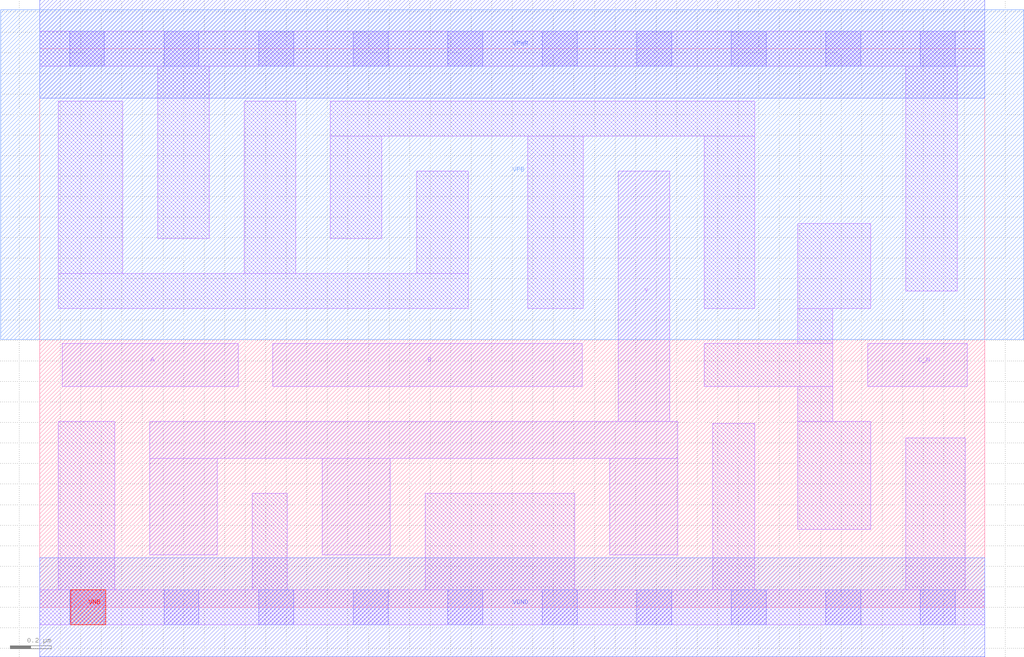
<source format=lef>
# Copyright 2020 The SkyWater PDK Authors
#
# Licensed under the Apache License, Version 2.0 (the "License");
# you may not use this file except in compliance with the License.
# You may obtain a copy of the License at
#
#     https://www.apache.org/licenses/LICENSE-2.0
#
# Unless required by applicable law or agreed to in writing, software
# distributed under the License is distributed on an "AS IS" BASIS,
# WITHOUT WARRANTIES OR CONDITIONS OF ANY KIND, either express or implied.
# See the License for the specific language governing permissions and
# limitations under the License.
#
# SPDX-License-Identifier: Apache-2.0

VERSION 5.7 ;
  NOWIREEXTENSIONATPIN ON ;
  DIVIDERCHAR "/" ;
  BUSBITCHARS "[]" ;
MACRO sky130_fd_sc_hd__nor3b_2
  CLASS CORE ;
  FOREIGN sky130_fd_sc_hd__nor3b_2 ;
  ORIGIN  0.000000  0.000000 ;
  SIZE  4.600000 BY  2.720000 ;
  SYMMETRY X Y R90 ;
  SITE unithd ;
  PIN A
    ANTENNAGATEAREA  0.495000 ;
    DIRECTION INPUT ;
    USE SIGNAL ;
    PORT
      LAYER li1 ;
        RECT 0.110000 1.075000 0.965000 1.285000 ;
    END
  END A
  PIN B
    ANTENNAGATEAREA  0.495000 ;
    DIRECTION INPUT ;
    USE SIGNAL ;
    PORT
      LAYER li1 ;
        RECT 1.135000 1.075000 2.640000 1.285000 ;
    END
  END B
  PIN C_N
    ANTENNAGATEAREA  0.126000 ;
    DIRECTION INPUT ;
    USE SIGNAL ;
    PORT
      LAYER li1 ;
        RECT 4.030000 1.075000 4.515000 1.285000 ;
    END
  END C_N
  PIN Y
    ANTENNADIFFAREA  0.796500 ;
    DIRECTION OUTPUT ;
    USE SIGNAL ;
    PORT
      LAYER li1 ;
        RECT 0.535000 0.255000 0.865000 0.725000 ;
        RECT 0.535000 0.725000 3.105000 0.905000 ;
        RECT 1.375000 0.255000 1.705000 0.725000 ;
        RECT 2.775000 0.255000 3.105000 0.725000 ;
        RECT 2.815000 0.905000 3.065000 2.125000 ;
    END
  END Y
  PIN VGND
    DIRECTION INOUT ;
    SHAPE ABUTMENT ;
    USE GROUND ;
    PORT
      LAYER met1 ;
        RECT 0.000000 -0.240000 4.600000 0.240000 ;
    END
  END VGND
  PIN VNB
    DIRECTION INOUT ;
    USE GROUND ;
    PORT
      LAYER pwell ;
        RECT 0.150000 -0.085000 0.320000 0.085000 ;
    END
  END VNB
  PIN VPB
    DIRECTION INOUT ;
    USE POWER ;
    PORT
      LAYER nwell ;
        RECT -0.190000 1.305000 4.790000 2.910000 ;
    END
  END VPB
  PIN VPWR
    DIRECTION INOUT ;
    SHAPE ABUTMENT ;
    USE POWER ;
    PORT
      LAYER met1 ;
        RECT 0.000000 2.480000 4.600000 2.960000 ;
    END
  END VPWR
  OBS
    LAYER li1 ;
      RECT 0.000000 -0.085000 4.600000 0.085000 ;
      RECT 0.000000  2.635000 4.600000 2.805000 ;
      RECT 0.090000  0.085000 0.365000 0.905000 ;
      RECT 0.090000  1.455000 2.085000 1.625000 ;
      RECT 0.090000  1.625000 0.405000 2.465000 ;
      RECT 0.575000  1.795000 0.825000 2.635000 ;
      RECT 0.995000  1.625000 1.245000 2.465000 ;
      RECT 1.035000  0.085000 1.205000 0.555000 ;
      RECT 1.415000  1.795000 1.665000 2.295000 ;
      RECT 1.415000  2.295000 3.480000 2.465000 ;
      RECT 1.835000  1.625000 2.085000 2.125000 ;
      RECT 1.875000  0.085000 2.605000 0.555000 ;
      RECT 2.375000  1.455000 2.645000 2.295000 ;
      RECT 3.235000  1.075000 3.860000 1.285000 ;
      RECT 3.235000  1.455000 3.480000 2.295000 ;
      RECT 3.275000  0.085000 3.480000 0.895000 ;
      RECT 3.690000  0.380000 4.045000 0.905000 ;
      RECT 3.690000  0.905000 3.860000 1.075000 ;
      RECT 3.690000  1.285000 3.860000 1.455000 ;
      RECT 3.690000  1.455000 4.045000 1.870000 ;
      RECT 4.215000  0.085000 4.505000 0.825000 ;
      RECT 4.215000  1.540000 4.465000 2.635000 ;
    LAYER mcon ;
      RECT 0.145000 -0.085000 0.315000 0.085000 ;
      RECT 0.145000  2.635000 0.315000 2.805000 ;
      RECT 0.605000 -0.085000 0.775000 0.085000 ;
      RECT 0.605000  2.635000 0.775000 2.805000 ;
      RECT 1.065000 -0.085000 1.235000 0.085000 ;
      RECT 1.065000  2.635000 1.235000 2.805000 ;
      RECT 1.525000 -0.085000 1.695000 0.085000 ;
      RECT 1.525000  2.635000 1.695000 2.805000 ;
      RECT 1.985000 -0.085000 2.155000 0.085000 ;
      RECT 1.985000  2.635000 2.155000 2.805000 ;
      RECT 2.445000 -0.085000 2.615000 0.085000 ;
      RECT 2.445000  2.635000 2.615000 2.805000 ;
      RECT 2.905000 -0.085000 3.075000 0.085000 ;
      RECT 2.905000  2.635000 3.075000 2.805000 ;
      RECT 3.365000 -0.085000 3.535000 0.085000 ;
      RECT 3.365000  2.635000 3.535000 2.805000 ;
      RECT 3.825000 -0.085000 3.995000 0.085000 ;
      RECT 3.825000  2.635000 3.995000 2.805000 ;
      RECT 4.285000 -0.085000 4.455000 0.085000 ;
      RECT 4.285000  2.635000 4.455000 2.805000 ;
  END
END sky130_fd_sc_hd__nor3b_2
END LIBRARY

</source>
